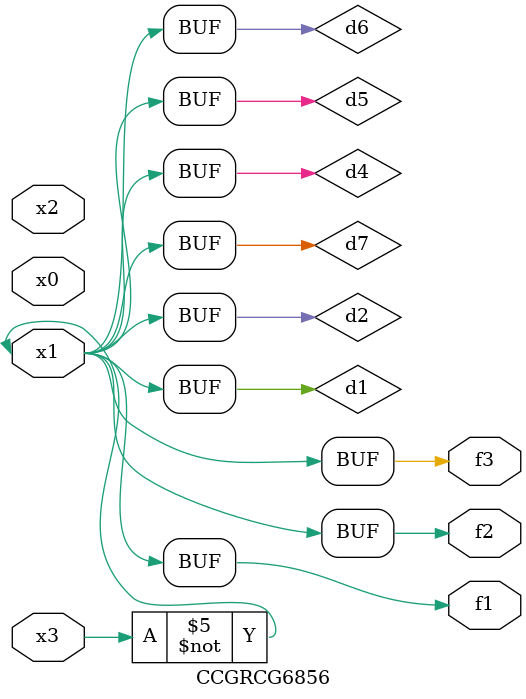
<source format=v>
module CCGRCG6856(
	input x0, x1, x2, x3,
	output f1, f2, f3
);

	wire d1, d2, d3, d4, d5, d6, d7;

	not (d1, x3);
	buf (d2, x1);
	xnor (d3, d1, d2);
	nor (d4, d1);
	buf (d5, d1, d2);
	buf (d6, d4, d5);
	nand (d7, d4);
	assign f1 = d6;
	assign f2 = d7;
	assign f3 = d6;
endmodule

</source>
